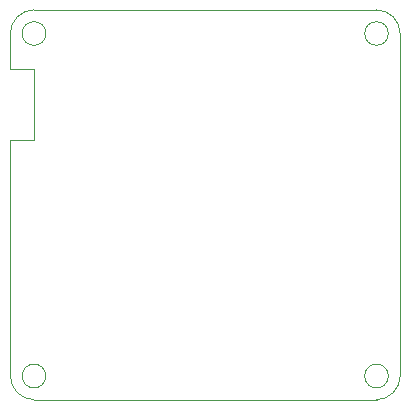
<source format=gm1>
%TF.GenerationSoftware,KiCad,Pcbnew,(5.1.10)-1*%
%TF.CreationDate,2021-12-08T22:58:09+01:00*%
%TF.ProjectId,shield_v1,73686965-6c64-45f7-9631-2e6b69636164,rev?*%
%TF.SameCoordinates,Original*%
%TF.FileFunction,Profile,NP*%
%FSLAX46Y46*%
G04 Gerber Fmt 4.6, Leading zero omitted, Abs format (unit mm)*
G04 Created by KiCad (PCBNEW (5.1.10)-1) date 2021-12-08 22:58:09*
%MOMM*%
%LPD*%
G01*
G04 APERTURE LIST*
%TA.AperFunction,Profile*%
%ADD10C,0.100000*%
%TD*%
G04 APERTURE END LIST*
D10*
X50000000Y-81000000D02*
G75*
G03*
X52000000Y-83000000I2000000J0D01*
G01*
X83000000Y-81000000D02*
G75*
G02*
X81000000Y-83000000I-2000000J0D01*
G01*
X82000000Y-81000000D02*
G75*
G03*
X82000000Y-81000000I-1000000J0D01*
G01*
X53000000Y-81000000D02*
G75*
G03*
X53000000Y-81000000I-1000000J0D01*
G01*
X82000000Y-52000000D02*
G75*
G03*
X82000000Y-52000000I-1000000J0D01*
G01*
X53000000Y-52000000D02*
G75*
G03*
X53000000Y-52000000I-1000000J0D01*
G01*
X83000000Y-52000000D02*
G75*
G03*
X81000000Y-50000000I-2000000J0D01*
G01*
X50000000Y-52000000D02*
G75*
G02*
X52000000Y-50000000I2000000J0D01*
G01*
X50000000Y-61000000D02*
X50000000Y-81000000D01*
X52000000Y-61000000D02*
X50000000Y-61000000D01*
X52000000Y-55000000D02*
X52000000Y-61000000D01*
X50000000Y-55000000D02*
X52000000Y-55000000D01*
X52000000Y-50000000D02*
X81000000Y-50000000D01*
X83000000Y-52000000D02*
X83000000Y-81000000D01*
X52000000Y-83000000D02*
X81000000Y-83000000D01*
X50000000Y-52000000D02*
X50000000Y-55000000D01*
M02*

</source>
